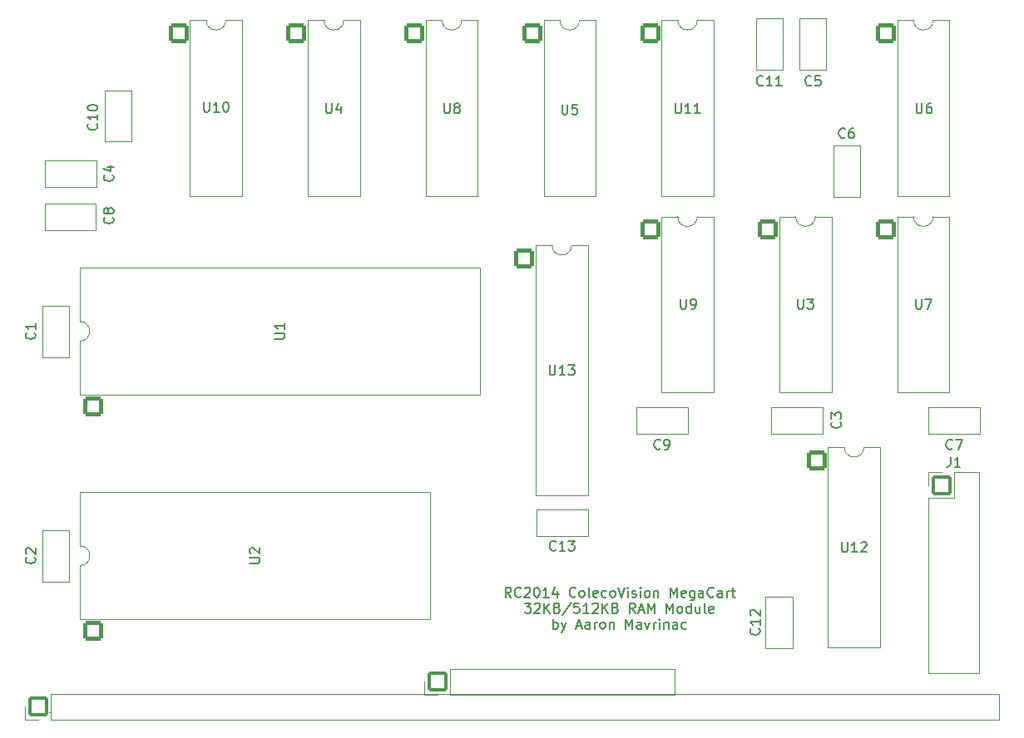
<source format=gto>
G04 #@! TF.GenerationSoftware,KiCad,Pcbnew,6.0.2+dfsg-1*
G04 #@! TF.CreationDate,2024-02-05T13:00:45-05:00*
G04 #@! TF.ProjectId,megacart-ram,6d656761-6361-4727-942d-72616d2e6b69,rev?*
G04 #@! TF.SameCoordinates,Original*
G04 #@! TF.FileFunction,Legend,Top*
G04 #@! TF.FilePolarity,Positive*
%FSLAX46Y46*%
G04 Gerber Fmt 4.6, Leading zero omitted, Abs format (unit mm)*
G04 Created by KiCad (PCBNEW 6.0.2+dfsg-1) date 2024-02-05 13:00:45*
%MOMM*%
%LPD*%
G01*
G04 APERTURE LIST*
G04 Aperture macros list*
%AMRoundRect*
0 Rectangle with rounded corners*
0 $1 Rounding radius*
0 $2 $3 $4 $5 $6 $7 $8 $9 X,Y pos of 4 corners*
0 Add a 4 corners polygon primitive as box body*
4,1,4,$2,$3,$4,$5,$6,$7,$8,$9,$2,$3,0*
0 Add four circle primitives for the rounded corners*
1,1,$1+$1,$2,$3*
1,1,$1+$1,$4,$5*
1,1,$1+$1,$6,$7*
1,1,$1+$1,$8,$9*
0 Add four rect primitives between the rounded corners*
20,1,$1+$1,$2,$3,$4,$5,0*
20,1,$1+$1,$4,$5,$6,$7,0*
20,1,$1+$1,$6,$7,$8,$9,0*
20,1,$1+$1,$8,$9,$2,$3,0*%
G04 Aperture macros list end*
%ADD10C,0.200000*%
%ADD11C,0.150000*%
%ADD12C,0.120000*%
%ADD13RoundRect,0.200000X0.850000X-0.850000X0.850000X0.850000X-0.850000X0.850000X-0.850000X-0.850000X0*%
%ADD14O,2.100000X2.100000*%
%ADD15RoundRect,0.200000X-0.800000X-0.800000X0.800000X-0.800000X0.800000X0.800000X-0.800000X0.800000X0*%
%ADD16O,2.000000X2.000000*%
%ADD17C,2.000000*%
%ADD18RoundRect,0.200000X-0.850000X-0.850000X0.850000X-0.850000X0.850000X0.850000X-0.850000X0.850000X0*%
%ADD19RoundRect,0.200000X0.800000X-0.800000X0.800000X0.800000X-0.800000X0.800000X-0.800000X-0.800000X0*%
G04 APERTURE END LIST*
D10*
X156885800Y-152181520D02*
X156921360Y-152181520D01*
D11*
X203836380Y-140447380D02*
X203503047Y-139971190D01*
X203264952Y-140447380D02*
X203264952Y-139447380D01*
X203645904Y-139447380D01*
X203741142Y-139495000D01*
X203788761Y-139542619D01*
X203836380Y-139637857D01*
X203836380Y-139780714D01*
X203788761Y-139875952D01*
X203741142Y-139923571D01*
X203645904Y-139971190D01*
X203264952Y-139971190D01*
X204836380Y-140352142D02*
X204788761Y-140399761D01*
X204645904Y-140447380D01*
X204550666Y-140447380D01*
X204407809Y-140399761D01*
X204312571Y-140304523D01*
X204264952Y-140209285D01*
X204217333Y-140018809D01*
X204217333Y-139875952D01*
X204264952Y-139685476D01*
X204312571Y-139590238D01*
X204407809Y-139495000D01*
X204550666Y-139447380D01*
X204645904Y-139447380D01*
X204788761Y-139495000D01*
X204836380Y-139542619D01*
X205217333Y-139542619D02*
X205264952Y-139495000D01*
X205360190Y-139447380D01*
X205598285Y-139447380D01*
X205693523Y-139495000D01*
X205741142Y-139542619D01*
X205788761Y-139637857D01*
X205788761Y-139733095D01*
X205741142Y-139875952D01*
X205169714Y-140447380D01*
X205788761Y-140447380D01*
X206407809Y-139447380D02*
X206503047Y-139447380D01*
X206598285Y-139495000D01*
X206645904Y-139542619D01*
X206693523Y-139637857D01*
X206741142Y-139828333D01*
X206741142Y-140066428D01*
X206693523Y-140256904D01*
X206645904Y-140352142D01*
X206598285Y-140399761D01*
X206503047Y-140447380D01*
X206407809Y-140447380D01*
X206312571Y-140399761D01*
X206264952Y-140352142D01*
X206217333Y-140256904D01*
X206169714Y-140066428D01*
X206169714Y-139828333D01*
X206217333Y-139637857D01*
X206264952Y-139542619D01*
X206312571Y-139495000D01*
X206407809Y-139447380D01*
X207693523Y-140447380D02*
X207122095Y-140447380D01*
X207407809Y-140447380D02*
X207407809Y-139447380D01*
X207312571Y-139590238D01*
X207217333Y-139685476D01*
X207122095Y-139733095D01*
X208550666Y-139780714D02*
X208550666Y-140447380D01*
X208312571Y-139399761D02*
X208074476Y-140114047D01*
X208693523Y-140114047D01*
X210407809Y-140352142D02*
X210360190Y-140399761D01*
X210217333Y-140447380D01*
X210122095Y-140447380D01*
X209979238Y-140399761D01*
X209884000Y-140304523D01*
X209836380Y-140209285D01*
X209788761Y-140018809D01*
X209788761Y-139875952D01*
X209836380Y-139685476D01*
X209884000Y-139590238D01*
X209979238Y-139495000D01*
X210122095Y-139447380D01*
X210217333Y-139447380D01*
X210360190Y-139495000D01*
X210407809Y-139542619D01*
X210979238Y-140447380D02*
X210884000Y-140399761D01*
X210836380Y-140352142D01*
X210788761Y-140256904D01*
X210788761Y-139971190D01*
X210836380Y-139875952D01*
X210884000Y-139828333D01*
X210979238Y-139780714D01*
X211122095Y-139780714D01*
X211217333Y-139828333D01*
X211264952Y-139875952D01*
X211312571Y-139971190D01*
X211312571Y-140256904D01*
X211264952Y-140352142D01*
X211217333Y-140399761D01*
X211122095Y-140447380D01*
X210979238Y-140447380D01*
X211884000Y-140447380D02*
X211788761Y-140399761D01*
X211741142Y-140304523D01*
X211741142Y-139447380D01*
X212645904Y-140399761D02*
X212550666Y-140447380D01*
X212360190Y-140447380D01*
X212264952Y-140399761D01*
X212217333Y-140304523D01*
X212217333Y-139923571D01*
X212264952Y-139828333D01*
X212360190Y-139780714D01*
X212550666Y-139780714D01*
X212645904Y-139828333D01*
X212693523Y-139923571D01*
X212693523Y-140018809D01*
X212217333Y-140114047D01*
X213550666Y-140399761D02*
X213455428Y-140447380D01*
X213264952Y-140447380D01*
X213169714Y-140399761D01*
X213122095Y-140352142D01*
X213074476Y-140256904D01*
X213074476Y-139971190D01*
X213122095Y-139875952D01*
X213169714Y-139828333D01*
X213264952Y-139780714D01*
X213455428Y-139780714D01*
X213550666Y-139828333D01*
X214122095Y-140447380D02*
X214026857Y-140399761D01*
X213979238Y-140352142D01*
X213931619Y-140256904D01*
X213931619Y-139971190D01*
X213979238Y-139875952D01*
X214026857Y-139828333D01*
X214122095Y-139780714D01*
X214264952Y-139780714D01*
X214360190Y-139828333D01*
X214407809Y-139875952D01*
X214455428Y-139971190D01*
X214455428Y-140256904D01*
X214407809Y-140352142D01*
X214360190Y-140399761D01*
X214264952Y-140447380D01*
X214122095Y-140447380D01*
X214741142Y-139447380D02*
X215074476Y-140447380D01*
X215407809Y-139447380D01*
X215741142Y-140447380D02*
X215741142Y-139780714D01*
X215741142Y-139447380D02*
X215693523Y-139495000D01*
X215741142Y-139542619D01*
X215788761Y-139495000D01*
X215741142Y-139447380D01*
X215741142Y-139542619D01*
X216169714Y-140399761D02*
X216264952Y-140447380D01*
X216455428Y-140447380D01*
X216550666Y-140399761D01*
X216598285Y-140304523D01*
X216598285Y-140256904D01*
X216550666Y-140161666D01*
X216455428Y-140114047D01*
X216312571Y-140114047D01*
X216217333Y-140066428D01*
X216169714Y-139971190D01*
X216169714Y-139923571D01*
X216217333Y-139828333D01*
X216312571Y-139780714D01*
X216455428Y-139780714D01*
X216550666Y-139828333D01*
X217026857Y-140447380D02*
X217026857Y-139780714D01*
X217026857Y-139447380D02*
X216979238Y-139495000D01*
X217026857Y-139542619D01*
X217074476Y-139495000D01*
X217026857Y-139447380D01*
X217026857Y-139542619D01*
X217645904Y-140447380D02*
X217550666Y-140399761D01*
X217503047Y-140352142D01*
X217455428Y-140256904D01*
X217455428Y-139971190D01*
X217503047Y-139875952D01*
X217550666Y-139828333D01*
X217645904Y-139780714D01*
X217788761Y-139780714D01*
X217884000Y-139828333D01*
X217931619Y-139875952D01*
X217979238Y-139971190D01*
X217979238Y-140256904D01*
X217931619Y-140352142D01*
X217884000Y-140399761D01*
X217788761Y-140447380D01*
X217645904Y-140447380D01*
X218407809Y-139780714D02*
X218407809Y-140447380D01*
X218407809Y-139875952D02*
X218455428Y-139828333D01*
X218550666Y-139780714D01*
X218693523Y-139780714D01*
X218788761Y-139828333D01*
X218836380Y-139923571D01*
X218836380Y-140447380D01*
X220074476Y-140447380D02*
X220074476Y-139447380D01*
X220407809Y-140161666D01*
X220741142Y-139447380D01*
X220741142Y-140447380D01*
X221598285Y-140399761D02*
X221503047Y-140447380D01*
X221312571Y-140447380D01*
X221217333Y-140399761D01*
X221169714Y-140304523D01*
X221169714Y-139923571D01*
X221217333Y-139828333D01*
X221312571Y-139780714D01*
X221503047Y-139780714D01*
X221598285Y-139828333D01*
X221645904Y-139923571D01*
X221645904Y-140018809D01*
X221169714Y-140114047D01*
X222503047Y-139780714D02*
X222503047Y-140590238D01*
X222455428Y-140685476D01*
X222407809Y-140733095D01*
X222312571Y-140780714D01*
X222169714Y-140780714D01*
X222074476Y-140733095D01*
X222503047Y-140399761D02*
X222407809Y-140447380D01*
X222217333Y-140447380D01*
X222122095Y-140399761D01*
X222074476Y-140352142D01*
X222026857Y-140256904D01*
X222026857Y-139971190D01*
X222074476Y-139875952D01*
X222122095Y-139828333D01*
X222217333Y-139780714D01*
X222407809Y-139780714D01*
X222503047Y-139828333D01*
X223407809Y-140447380D02*
X223407809Y-139923571D01*
X223360190Y-139828333D01*
X223264952Y-139780714D01*
X223074476Y-139780714D01*
X222979238Y-139828333D01*
X223407809Y-140399761D02*
X223312571Y-140447380D01*
X223074476Y-140447380D01*
X222979238Y-140399761D01*
X222931619Y-140304523D01*
X222931619Y-140209285D01*
X222979238Y-140114047D01*
X223074476Y-140066428D01*
X223312571Y-140066428D01*
X223407809Y-140018809D01*
X224455428Y-140352142D02*
X224407809Y-140399761D01*
X224264952Y-140447380D01*
X224169714Y-140447380D01*
X224026857Y-140399761D01*
X223931619Y-140304523D01*
X223884000Y-140209285D01*
X223836380Y-140018809D01*
X223836380Y-139875952D01*
X223884000Y-139685476D01*
X223931619Y-139590238D01*
X224026857Y-139495000D01*
X224169714Y-139447380D01*
X224264952Y-139447380D01*
X224407809Y-139495000D01*
X224455428Y-139542619D01*
X225312571Y-140447380D02*
X225312571Y-139923571D01*
X225264952Y-139828333D01*
X225169714Y-139780714D01*
X224979238Y-139780714D01*
X224884000Y-139828333D01*
X225312571Y-140399761D02*
X225217333Y-140447380D01*
X224979238Y-140447380D01*
X224884000Y-140399761D01*
X224836380Y-140304523D01*
X224836380Y-140209285D01*
X224884000Y-140114047D01*
X224979238Y-140066428D01*
X225217333Y-140066428D01*
X225312571Y-140018809D01*
X225788761Y-140447380D02*
X225788761Y-139780714D01*
X225788761Y-139971190D02*
X225836380Y-139875952D01*
X225883999Y-139828333D01*
X225979238Y-139780714D01*
X226074476Y-139780714D01*
X226264952Y-139780714D02*
X226645904Y-139780714D01*
X226407809Y-139447380D02*
X226407809Y-140304523D01*
X226455428Y-140399761D01*
X226550666Y-140447380D01*
X226645904Y-140447380D01*
X205241142Y-141057380D02*
X205860190Y-141057380D01*
X205526857Y-141438333D01*
X205669714Y-141438333D01*
X205764952Y-141485952D01*
X205812571Y-141533571D01*
X205860190Y-141628809D01*
X205860190Y-141866904D01*
X205812571Y-141962142D01*
X205764952Y-142009761D01*
X205669714Y-142057380D01*
X205384000Y-142057380D01*
X205288761Y-142009761D01*
X205241142Y-141962142D01*
X206241142Y-141152619D02*
X206288761Y-141105000D01*
X206384000Y-141057380D01*
X206622095Y-141057380D01*
X206717333Y-141105000D01*
X206764952Y-141152619D01*
X206812571Y-141247857D01*
X206812571Y-141343095D01*
X206764952Y-141485952D01*
X206193523Y-142057380D01*
X206812571Y-142057380D01*
X207241142Y-142057380D02*
X207241142Y-141057380D01*
X207812571Y-142057380D02*
X207384000Y-141485952D01*
X207812571Y-141057380D02*
X207241142Y-141628809D01*
X208574476Y-141533571D02*
X208717333Y-141581190D01*
X208764952Y-141628809D01*
X208812571Y-141724047D01*
X208812571Y-141866904D01*
X208764952Y-141962142D01*
X208717333Y-142009761D01*
X208622095Y-142057380D01*
X208241142Y-142057380D01*
X208241142Y-141057380D01*
X208574476Y-141057380D01*
X208669714Y-141105000D01*
X208717333Y-141152619D01*
X208764952Y-141247857D01*
X208764952Y-141343095D01*
X208717333Y-141438333D01*
X208669714Y-141485952D01*
X208574476Y-141533571D01*
X208241142Y-141533571D01*
X209955428Y-141009761D02*
X209098285Y-142295476D01*
X210764952Y-141057380D02*
X210288761Y-141057380D01*
X210241142Y-141533571D01*
X210288761Y-141485952D01*
X210384000Y-141438333D01*
X210622095Y-141438333D01*
X210717333Y-141485952D01*
X210764952Y-141533571D01*
X210812571Y-141628809D01*
X210812571Y-141866904D01*
X210764952Y-141962142D01*
X210717333Y-142009761D01*
X210622095Y-142057380D01*
X210384000Y-142057380D01*
X210288761Y-142009761D01*
X210241142Y-141962142D01*
X211764952Y-142057380D02*
X211193523Y-142057380D01*
X211479238Y-142057380D02*
X211479238Y-141057380D01*
X211384000Y-141200238D01*
X211288761Y-141295476D01*
X211193523Y-141343095D01*
X212145904Y-141152619D02*
X212193523Y-141105000D01*
X212288761Y-141057380D01*
X212526857Y-141057380D01*
X212622095Y-141105000D01*
X212669714Y-141152619D01*
X212717333Y-141247857D01*
X212717333Y-141343095D01*
X212669714Y-141485952D01*
X212098285Y-142057380D01*
X212717333Y-142057380D01*
X213145904Y-142057380D02*
X213145904Y-141057380D01*
X213717333Y-142057380D02*
X213288761Y-141485952D01*
X213717333Y-141057380D02*
X213145904Y-141628809D01*
X214479238Y-141533571D02*
X214622095Y-141581190D01*
X214669714Y-141628809D01*
X214717333Y-141724047D01*
X214717333Y-141866904D01*
X214669714Y-141962142D01*
X214622095Y-142009761D01*
X214526857Y-142057380D01*
X214145904Y-142057380D01*
X214145904Y-141057380D01*
X214479238Y-141057380D01*
X214574476Y-141105000D01*
X214622095Y-141152619D01*
X214669714Y-141247857D01*
X214669714Y-141343095D01*
X214622095Y-141438333D01*
X214574476Y-141485952D01*
X214479238Y-141533571D01*
X214145904Y-141533571D01*
X216479238Y-142057380D02*
X216145904Y-141581190D01*
X215907809Y-142057380D02*
X215907809Y-141057380D01*
X216288761Y-141057380D01*
X216384000Y-141105000D01*
X216431619Y-141152619D01*
X216479238Y-141247857D01*
X216479238Y-141390714D01*
X216431619Y-141485952D01*
X216384000Y-141533571D01*
X216288761Y-141581190D01*
X215907809Y-141581190D01*
X216860190Y-141771666D02*
X217336380Y-141771666D01*
X216764952Y-142057380D02*
X217098285Y-141057380D01*
X217431619Y-142057380D01*
X217764952Y-142057380D02*
X217764952Y-141057380D01*
X218098285Y-141771666D01*
X218431619Y-141057380D01*
X218431619Y-142057380D01*
X219669714Y-142057380D02*
X219669714Y-141057380D01*
X220003047Y-141771666D01*
X220336380Y-141057380D01*
X220336380Y-142057380D01*
X220955428Y-142057380D02*
X220860190Y-142009761D01*
X220812571Y-141962142D01*
X220764952Y-141866904D01*
X220764952Y-141581190D01*
X220812571Y-141485952D01*
X220860190Y-141438333D01*
X220955428Y-141390714D01*
X221098285Y-141390714D01*
X221193523Y-141438333D01*
X221241142Y-141485952D01*
X221288761Y-141581190D01*
X221288761Y-141866904D01*
X221241142Y-141962142D01*
X221193523Y-142009761D01*
X221098285Y-142057380D01*
X220955428Y-142057380D01*
X222145904Y-142057380D02*
X222145904Y-141057380D01*
X222145904Y-142009761D02*
X222050666Y-142057380D01*
X221860190Y-142057380D01*
X221764952Y-142009761D01*
X221717333Y-141962142D01*
X221669714Y-141866904D01*
X221669714Y-141581190D01*
X221717333Y-141485952D01*
X221764952Y-141438333D01*
X221860190Y-141390714D01*
X222050666Y-141390714D01*
X222145904Y-141438333D01*
X223050666Y-141390714D02*
X223050666Y-142057380D01*
X222622095Y-141390714D02*
X222622095Y-141914523D01*
X222669714Y-142009761D01*
X222764952Y-142057380D01*
X222907809Y-142057380D01*
X223003047Y-142009761D01*
X223050666Y-141962142D01*
X223669714Y-142057380D02*
X223574476Y-142009761D01*
X223526857Y-141914523D01*
X223526857Y-141057380D01*
X224431619Y-142009761D02*
X224336380Y-142057380D01*
X224145904Y-142057380D01*
X224050666Y-142009761D01*
X224003047Y-141914523D01*
X224003047Y-141533571D01*
X224050666Y-141438333D01*
X224145904Y-141390714D01*
X224336380Y-141390714D01*
X224431619Y-141438333D01*
X224479238Y-141533571D01*
X224479238Y-141628809D01*
X224003047Y-141724047D01*
X208145904Y-143667380D02*
X208145904Y-142667380D01*
X208145904Y-143048333D02*
X208241142Y-143000714D01*
X208431619Y-143000714D01*
X208526857Y-143048333D01*
X208574476Y-143095952D01*
X208622095Y-143191190D01*
X208622095Y-143476904D01*
X208574476Y-143572142D01*
X208526857Y-143619761D01*
X208431619Y-143667380D01*
X208241142Y-143667380D01*
X208145904Y-143619761D01*
X208955428Y-143000714D02*
X209193523Y-143667380D01*
X209431619Y-143000714D02*
X209193523Y-143667380D01*
X209098285Y-143905476D01*
X209050666Y-143953095D01*
X208955428Y-144000714D01*
X210526857Y-143381666D02*
X211003047Y-143381666D01*
X210431619Y-143667380D02*
X210764952Y-142667380D01*
X211098285Y-143667380D01*
X211860190Y-143667380D02*
X211860190Y-143143571D01*
X211812571Y-143048333D01*
X211717333Y-143000714D01*
X211526857Y-143000714D01*
X211431619Y-143048333D01*
X211860190Y-143619761D02*
X211764952Y-143667380D01*
X211526857Y-143667380D01*
X211431619Y-143619761D01*
X211384000Y-143524523D01*
X211384000Y-143429285D01*
X211431619Y-143334047D01*
X211526857Y-143286428D01*
X211764952Y-143286428D01*
X211860190Y-143238809D01*
X212336380Y-143667380D02*
X212336380Y-143000714D01*
X212336380Y-143191190D02*
X212384000Y-143095952D01*
X212431619Y-143048333D01*
X212526857Y-143000714D01*
X212622095Y-143000714D01*
X213098285Y-143667380D02*
X213003047Y-143619761D01*
X212955428Y-143572142D01*
X212907809Y-143476904D01*
X212907809Y-143191190D01*
X212955428Y-143095952D01*
X213003047Y-143048333D01*
X213098285Y-143000714D01*
X213241142Y-143000714D01*
X213336380Y-143048333D01*
X213384000Y-143095952D01*
X213431619Y-143191190D01*
X213431619Y-143476904D01*
X213384000Y-143572142D01*
X213336380Y-143619761D01*
X213241142Y-143667380D01*
X213098285Y-143667380D01*
X213860190Y-143000714D02*
X213860190Y-143667380D01*
X213860190Y-143095952D02*
X213907809Y-143048333D01*
X214003047Y-143000714D01*
X214145904Y-143000714D01*
X214241142Y-143048333D01*
X214288761Y-143143571D01*
X214288761Y-143667380D01*
X215526857Y-143667380D02*
X215526857Y-142667380D01*
X215860190Y-143381666D01*
X216193523Y-142667380D01*
X216193523Y-143667380D01*
X217098285Y-143667380D02*
X217098285Y-143143571D01*
X217050666Y-143048333D01*
X216955428Y-143000714D01*
X216764952Y-143000714D01*
X216669714Y-143048333D01*
X217098285Y-143619761D02*
X217003047Y-143667380D01*
X216764952Y-143667380D01*
X216669714Y-143619761D01*
X216622095Y-143524523D01*
X216622095Y-143429285D01*
X216669714Y-143334047D01*
X216764952Y-143286428D01*
X217003047Y-143286428D01*
X217098285Y-143238809D01*
X217479238Y-143000714D02*
X217717333Y-143667380D01*
X217955428Y-143000714D01*
X218336380Y-143667380D02*
X218336380Y-143000714D01*
X218336380Y-143191190D02*
X218384000Y-143095952D01*
X218431619Y-143048333D01*
X218526857Y-143000714D01*
X218622095Y-143000714D01*
X218955428Y-143667380D02*
X218955428Y-143000714D01*
X218955428Y-142667380D02*
X218907809Y-142715000D01*
X218955428Y-142762619D01*
X219003047Y-142715000D01*
X218955428Y-142667380D01*
X218955428Y-142762619D01*
X219431619Y-143000714D02*
X219431619Y-143667380D01*
X219431619Y-143095952D02*
X219479238Y-143048333D01*
X219574476Y-143000714D01*
X219717333Y-143000714D01*
X219812571Y-143048333D01*
X219860190Y-143143571D01*
X219860190Y-143667380D01*
X220764952Y-143667380D02*
X220764952Y-143143571D01*
X220717333Y-143048333D01*
X220622095Y-143000714D01*
X220431619Y-143000714D01*
X220336380Y-143048333D01*
X220764952Y-143619761D02*
X220669714Y-143667380D01*
X220431619Y-143667380D01*
X220336380Y-143619761D01*
X220288761Y-143524523D01*
X220288761Y-143429285D01*
X220336380Y-143334047D01*
X220431619Y-143286428D01*
X220669714Y-143286428D01*
X220764952Y-143238809D01*
X221669714Y-143619761D02*
X221574476Y-143667380D01*
X221384000Y-143667380D01*
X221288761Y-143619761D01*
X221241142Y-143572142D01*
X221193523Y-143476904D01*
X221193523Y-143191190D01*
X221241142Y-143095952D01*
X221288761Y-143048333D01*
X221384000Y-143000714D01*
X221574476Y-143000714D01*
X221669714Y-143048333D01*
X245048095Y-110069380D02*
X245048095Y-110878904D01*
X245095714Y-110974142D01*
X245143333Y-111021761D01*
X245238571Y-111069380D01*
X245429047Y-111069380D01*
X245524285Y-111021761D01*
X245571904Y-110974142D01*
X245619523Y-110878904D01*
X245619523Y-110069380D01*
X246000476Y-110069380D02*
X246667142Y-110069380D01*
X246238571Y-111069380D01*
X237339142Y-122594666D02*
X237386761Y-122642285D01*
X237434380Y-122785142D01*
X237434380Y-122880380D01*
X237386761Y-123023238D01*
X237291523Y-123118476D01*
X237196285Y-123166095D01*
X237005809Y-123213714D01*
X236862952Y-123213714D01*
X236672476Y-123166095D01*
X236577238Y-123118476D01*
X236482000Y-123023238D01*
X236434380Y-122880380D01*
X236434380Y-122785142D01*
X236482000Y-122642285D01*
X236529619Y-122594666D01*
X236434380Y-122261333D02*
X236434380Y-121642285D01*
X236815333Y-121975619D01*
X236815333Y-121832761D01*
X236862952Y-121737523D01*
X236910571Y-121689904D01*
X237005809Y-121642285D01*
X237243904Y-121642285D01*
X237339142Y-121689904D01*
X237386761Y-121737523D01*
X237434380Y-121832761D01*
X237434380Y-122118476D01*
X237386761Y-122213714D01*
X237339142Y-122261333D01*
X155337142Y-136396666D02*
X155384761Y-136444285D01*
X155432380Y-136587142D01*
X155432380Y-136682380D01*
X155384761Y-136825238D01*
X155289523Y-136920476D01*
X155194285Y-136968095D01*
X155003809Y-137015714D01*
X154860952Y-137015714D01*
X154670476Y-136968095D01*
X154575238Y-136920476D01*
X154480000Y-136825238D01*
X154432380Y-136682380D01*
X154432380Y-136587142D01*
X154480000Y-136444285D01*
X154527619Y-136396666D01*
X154527619Y-136015714D02*
X154480000Y-135968095D01*
X154432380Y-135872857D01*
X154432380Y-135634761D01*
X154480000Y-135539523D01*
X154527619Y-135491904D01*
X154622857Y-135444285D01*
X154718095Y-135444285D01*
X154860952Y-135491904D01*
X155432380Y-136063333D01*
X155432380Y-135444285D01*
X233045095Y-110069380D02*
X233045095Y-110878904D01*
X233092714Y-110974142D01*
X233140333Y-111021761D01*
X233235571Y-111069380D01*
X233426047Y-111069380D01*
X233521285Y-111021761D01*
X233568904Y-110974142D01*
X233616523Y-110878904D01*
X233616523Y-110069380D01*
X233997476Y-110069380D02*
X234616523Y-110069380D01*
X234283190Y-110450333D01*
X234426047Y-110450333D01*
X234521285Y-110497952D01*
X234568904Y-110545571D01*
X234616523Y-110640809D01*
X234616523Y-110878904D01*
X234568904Y-110974142D01*
X234521285Y-111021761D01*
X234426047Y-111069380D01*
X234140333Y-111069380D01*
X234045095Y-111021761D01*
X233997476Y-110974142D01*
X248753333Y-125285142D02*
X248705714Y-125332761D01*
X248562857Y-125380380D01*
X248467619Y-125380380D01*
X248324761Y-125332761D01*
X248229523Y-125237523D01*
X248181904Y-125142285D01*
X248134285Y-124951809D01*
X248134285Y-124808952D01*
X248181904Y-124618476D01*
X248229523Y-124523238D01*
X248324761Y-124428000D01*
X248467619Y-124380380D01*
X248562857Y-124380380D01*
X248705714Y-124428000D01*
X248753333Y-124475619D01*
X249086666Y-124380380D02*
X249753333Y-124380380D01*
X249324761Y-125380380D01*
X172571904Y-90003380D02*
X172571904Y-90812904D01*
X172619523Y-90908142D01*
X172667142Y-90955761D01*
X172762380Y-91003380D01*
X172952857Y-91003380D01*
X173048095Y-90955761D01*
X173095714Y-90908142D01*
X173143333Y-90812904D01*
X173143333Y-90003380D01*
X174143333Y-91003380D02*
X173571904Y-91003380D01*
X173857619Y-91003380D02*
X173857619Y-90003380D01*
X173762380Y-90146238D01*
X173667142Y-90241476D01*
X173571904Y-90289095D01*
X174762380Y-90003380D02*
X174857619Y-90003380D01*
X174952857Y-90051000D01*
X175000476Y-90098619D01*
X175048095Y-90193857D01*
X175095714Y-90384333D01*
X175095714Y-90622428D01*
X175048095Y-90812904D01*
X175000476Y-90908142D01*
X174952857Y-90955761D01*
X174857619Y-91003380D01*
X174762380Y-91003380D01*
X174667142Y-90955761D01*
X174619523Y-90908142D01*
X174571904Y-90812904D01*
X174524285Y-90622428D01*
X174524285Y-90384333D01*
X174571904Y-90193857D01*
X174619523Y-90098619D01*
X174667142Y-90051000D01*
X174762380Y-90003380D01*
X155337142Y-113536666D02*
X155384761Y-113584285D01*
X155432380Y-113727142D01*
X155432380Y-113822380D01*
X155384761Y-113965238D01*
X155289523Y-114060476D01*
X155194285Y-114108095D01*
X155003809Y-114155714D01*
X154860952Y-114155714D01*
X154670476Y-114108095D01*
X154575238Y-114060476D01*
X154480000Y-113965238D01*
X154432380Y-113822380D01*
X154432380Y-113727142D01*
X154480000Y-113584285D01*
X154527619Y-113536666D01*
X155432380Y-112584285D02*
X155432380Y-113155714D01*
X155432380Y-112870000D02*
X154432380Y-112870000D01*
X154575238Y-112965238D01*
X154670476Y-113060476D01*
X154718095Y-113155714D01*
X248571666Y-126169380D02*
X248571666Y-126883666D01*
X248524047Y-127026523D01*
X248428809Y-127121761D01*
X248285952Y-127169380D01*
X248190714Y-127169380D01*
X249571666Y-127169380D02*
X249000238Y-127169380D01*
X249285952Y-127169380D02*
X249285952Y-126169380D01*
X249190714Y-126312238D01*
X249095476Y-126407476D01*
X249000238Y-126455095D01*
X219035333Y-125285142D02*
X218987714Y-125332761D01*
X218844857Y-125380380D01*
X218749619Y-125380380D01*
X218606761Y-125332761D01*
X218511523Y-125237523D01*
X218463904Y-125142285D01*
X218416285Y-124951809D01*
X218416285Y-124808952D01*
X218463904Y-124618476D01*
X218511523Y-124523238D01*
X218606761Y-124428000D01*
X218749619Y-124380380D01*
X218844857Y-124380380D01*
X218987714Y-124428000D01*
X219035333Y-124475619D01*
X219511523Y-125380380D02*
X219702000Y-125380380D01*
X219797238Y-125332761D01*
X219844857Y-125285142D01*
X219940095Y-125142285D01*
X219987714Y-124951809D01*
X219987714Y-124570857D01*
X219940095Y-124475619D01*
X219892476Y-124428000D01*
X219797238Y-124380380D01*
X219606761Y-124380380D01*
X219511523Y-124428000D01*
X219463904Y-124475619D01*
X219416285Y-124570857D01*
X219416285Y-124808952D01*
X219463904Y-124904190D01*
X219511523Y-124951809D01*
X219606761Y-124999428D01*
X219797238Y-124999428D01*
X219892476Y-124951809D01*
X219940095Y-124904190D01*
X219987714Y-124808952D01*
X179792380Y-114116904D02*
X180601904Y-114116904D01*
X180697142Y-114069285D01*
X180744761Y-114021666D01*
X180792380Y-113926428D01*
X180792380Y-113735952D01*
X180744761Y-113640714D01*
X180697142Y-113593095D01*
X180601904Y-113545476D01*
X179792380Y-113545476D01*
X180792380Y-112545476D02*
X180792380Y-113116904D01*
X180792380Y-112831190D02*
X179792380Y-112831190D01*
X179935238Y-112926428D01*
X180030476Y-113021666D01*
X180078095Y-113116904D01*
X245110095Y-90130380D02*
X245110095Y-90939904D01*
X245157714Y-91035142D01*
X245205333Y-91082761D01*
X245300571Y-91130380D01*
X245491047Y-91130380D01*
X245586285Y-91082761D01*
X245633904Y-91035142D01*
X245681523Y-90939904D01*
X245681523Y-90130380D01*
X246586285Y-90130380D02*
X246395809Y-90130380D01*
X246300571Y-90178000D01*
X246252952Y-90225619D01*
X246157714Y-90368476D01*
X246110095Y-90558952D01*
X246110095Y-90939904D01*
X246157714Y-91035142D01*
X246205333Y-91082761D01*
X246300571Y-91130380D01*
X246491047Y-91130380D01*
X246586285Y-91082761D01*
X246633904Y-91035142D01*
X246681523Y-90939904D01*
X246681523Y-90701809D01*
X246633904Y-90606571D01*
X246586285Y-90558952D01*
X246491047Y-90511333D01*
X246300571Y-90511333D01*
X246205333Y-90558952D01*
X246157714Y-90606571D01*
X246110095Y-90701809D01*
X237521904Y-134834380D02*
X237521904Y-135643904D01*
X237569523Y-135739142D01*
X237617142Y-135786761D01*
X237712380Y-135834380D01*
X237902857Y-135834380D01*
X237998095Y-135786761D01*
X238045714Y-135739142D01*
X238093333Y-135643904D01*
X238093333Y-134834380D01*
X239093333Y-135834380D02*
X238521904Y-135834380D01*
X238807619Y-135834380D02*
X238807619Y-134834380D01*
X238712380Y-134977238D01*
X238617142Y-135072476D01*
X238521904Y-135120095D01*
X239474285Y-134929619D02*
X239521904Y-134882000D01*
X239617142Y-134834380D01*
X239855238Y-134834380D01*
X239950476Y-134882000D01*
X239998095Y-134929619D01*
X240045714Y-135024857D01*
X240045714Y-135120095D01*
X239998095Y-135262952D01*
X239426666Y-135834380D01*
X240045714Y-135834380D01*
X185039095Y-90130380D02*
X185039095Y-90939904D01*
X185086714Y-91035142D01*
X185134333Y-91082761D01*
X185229571Y-91130380D01*
X185420047Y-91130380D01*
X185515285Y-91082761D01*
X185562904Y-91035142D01*
X185610523Y-90939904D01*
X185610523Y-90130380D01*
X186515285Y-90463714D02*
X186515285Y-91130380D01*
X186277190Y-90082761D02*
X186039095Y-90797047D01*
X186658142Y-90797047D01*
X221107095Y-110069380D02*
X221107095Y-110878904D01*
X221154714Y-110974142D01*
X221202333Y-111021761D01*
X221297571Y-111069380D01*
X221488047Y-111069380D01*
X221583285Y-111021761D01*
X221630904Y-110974142D01*
X221678523Y-110878904D01*
X221678523Y-110069380D01*
X222202333Y-111069380D02*
X222392809Y-111069380D01*
X222488047Y-111021761D01*
X222535666Y-110974142D01*
X222630904Y-110831285D01*
X222678523Y-110640809D01*
X222678523Y-110259857D01*
X222630904Y-110164619D01*
X222583285Y-110117000D01*
X222488047Y-110069380D01*
X222297571Y-110069380D01*
X222202333Y-110117000D01*
X222154714Y-110164619D01*
X222107095Y-110259857D01*
X222107095Y-110497952D01*
X222154714Y-110593190D01*
X222202333Y-110640809D01*
X222297571Y-110688428D01*
X222488047Y-110688428D01*
X222583285Y-110640809D01*
X222630904Y-110593190D01*
X222678523Y-110497952D01*
X229084142Y-143644857D02*
X229131761Y-143692476D01*
X229179380Y-143835333D01*
X229179380Y-143930571D01*
X229131761Y-144073428D01*
X229036523Y-144168666D01*
X228941285Y-144216285D01*
X228750809Y-144263904D01*
X228607952Y-144263904D01*
X228417476Y-144216285D01*
X228322238Y-144168666D01*
X228227000Y-144073428D01*
X228179380Y-143930571D01*
X228179380Y-143835333D01*
X228227000Y-143692476D01*
X228274619Y-143644857D01*
X229179380Y-142692476D02*
X229179380Y-143263904D01*
X229179380Y-142978190D02*
X228179380Y-142978190D01*
X228322238Y-143073428D01*
X228417476Y-143168666D01*
X228465095Y-143263904D01*
X228274619Y-142311523D02*
X228227000Y-142263904D01*
X228179380Y-142168666D01*
X228179380Y-141930571D01*
X228227000Y-141835333D01*
X228274619Y-141787714D01*
X228369857Y-141740095D01*
X228465095Y-141740095D01*
X228607952Y-141787714D01*
X229179380Y-142359142D01*
X229179380Y-141740095D01*
X229481142Y-88241142D02*
X229433523Y-88288761D01*
X229290666Y-88336380D01*
X229195428Y-88336380D01*
X229052571Y-88288761D01*
X228957333Y-88193523D01*
X228909714Y-88098285D01*
X228862095Y-87907809D01*
X228862095Y-87764952D01*
X228909714Y-87574476D01*
X228957333Y-87479238D01*
X229052571Y-87384000D01*
X229195428Y-87336380D01*
X229290666Y-87336380D01*
X229433523Y-87384000D01*
X229481142Y-87431619D01*
X230433523Y-88336380D02*
X229862095Y-88336380D01*
X230147809Y-88336380D02*
X230147809Y-87336380D01*
X230052571Y-87479238D01*
X229957333Y-87574476D01*
X229862095Y-87622095D01*
X231385904Y-88336380D02*
X230814476Y-88336380D01*
X231100190Y-88336380D02*
X231100190Y-87336380D01*
X231004952Y-87479238D01*
X230909714Y-87574476D01*
X230814476Y-87622095D01*
X237831333Y-93575142D02*
X237783714Y-93622761D01*
X237640857Y-93670380D01*
X237545619Y-93670380D01*
X237402761Y-93622761D01*
X237307523Y-93527523D01*
X237259904Y-93432285D01*
X237212285Y-93241809D01*
X237212285Y-93098952D01*
X237259904Y-92908476D01*
X237307523Y-92813238D01*
X237402761Y-92718000D01*
X237545619Y-92670380D01*
X237640857Y-92670380D01*
X237783714Y-92718000D01*
X237831333Y-92765619D01*
X238688476Y-92670380D02*
X238498000Y-92670380D01*
X238402761Y-92718000D01*
X238355142Y-92765619D01*
X238259904Y-92908476D01*
X238212285Y-93098952D01*
X238212285Y-93479904D01*
X238259904Y-93575142D01*
X238307523Y-93622761D01*
X238402761Y-93670380D01*
X238593238Y-93670380D01*
X238688476Y-93622761D01*
X238736095Y-93575142D01*
X238783714Y-93479904D01*
X238783714Y-93241809D01*
X238736095Y-93146571D01*
X238688476Y-93098952D01*
X238593238Y-93051333D01*
X238402761Y-93051333D01*
X238307523Y-93098952D01*
X238259904Y-93146571D01*
X238212285Y-93241809D01*
X207771904Y-116800380D02*
X207771904Y-117609904D01*
X207819523Y-117705142D01*
X207867142Y-117752761D01*
X207962380Y-117800380D01*
X208152857Y-117800380D01*
X208248095Y-117752761D01*
X208295714Y-117705142D01*
X208343333Y-117609904D01*
X208343333Y-116800380D01*
X209343333Y-117800380D02*
X208771904Y-117800380D01*
X209057619Y-117800380D02*
X209057619Y-116800380D01*
X208962380Y-116943238D01*
X208867142Y-117038476D01*
X208771904Y-117086095D01*
X209676666Y-116800380D02*
X210295714Y-116800380D01*
X209962380Y-117181333D01*
X210105238Y-117181333D01*
X210200476Y-117228952D01*
X210248095Y-117276571D01*
X210295714Y-117371809D01*
X210295714Y-117609904D01*
X210248095Y-117705142D01*
X210200476Y-117752761D01*
X210105238Y-117800380D01*
X209819523Y-117800380D01*
X209724285Y-117752761D01*
X209676666Y-117705142D01*
X220571904Y-90130380D02*
X220571904Y-90939904D01*
X220619523Y-91035142D01*
X220667142Y-91082761D01*
X220762380Y-91130380D01*
X220952857Y-91130380D01*
X221048095Y-91082761D01*
X221095714Y-91035142D01*
X221143333Y-90939904D01*
X221143333Y-90130380D01*
X222143333Y-91130380D02*
X221571904Y-91130380D01*
X221857619Y-91130380D02*
X221857619Y-90130380D01*
X221762380Y-90273238D01*
X221667142Y-90368476D01*
X221571904Y-90416095D01*
X223095714Y-91130380D02*
X222524285Y-91130380D01*
X222810000Y-91130380D02*
X222810000Y-90130380D01*
X222714761Y-90273238D01*
X222619523Y-90368476D01*
X222524285Y-90416095D01*
X234402333Y-88241142D02*
X234354714Y-88288761D01*
X234211857Y-88336380D01*
X234116619Y-88336380D01*
X233973761Y-88288761D01*
X233878523Y-88193523D01*
X233830904Y-88098285D01*
X233783285Y-87907809D01*
X233783285Y-87764952D01*
X233830904Y-87574476D01*
X233878523Y-87479238D01*
X233973761Y-87384000D01*
X234116619Y-87336380D01*
X234211857Y-87336380D01*
X234354714Y-87384000D01*
X234402333Y-87431619D01*
X235307095Y-87336380D02*
X234830904Y-87336380D01*
X234783285Y-87812571D01*
X234830904Y-87764952D01*
X234926142Y-87717333D01*
X235164238Y-87717333D01*
X235259476Y-87764952D01*
X235307095Y-87812571D01*
X235354714Y-87907809D01*
X235354714Y-88145904D01*
X235307095Y-88241142D01*
X235259476Y-88288761D01*
X235164238Y-88336380D01*
X234926142Y-88336380D01*
X234830904Y-88288761D01*
X234783285Y-88241142D01*
X197048095Y-90130380D02*
X197048095Y-90939904D01*
X197095714Y-91035142D01*
X197143333Y-91082761D01*
X197238571Y-91130380D01*
X197429047Y-91130380D01*
X197524285Y-91082761D01*
X197571904Y-91035142D01*
X197619523Y-90939904D01*
X197619523Y-90130380D01*
X198238571Y-90558952D02*
X198143333Y-90511333D01*
X198095714Y-90463714D01*
X198048095Y-90368476D01*
X198048095Y-90320857D01*
X198095714Y-90225619D01*
X198143333Y-90178000D01*
X198238571Y-90130380D01*
X198429047Y-90130380D01*
X198524285Y-90178000D01*
X198571904Y-90225619D01*
X198619523Y-90320857D01*
X198619523Y-90368476D01*
X198571904Y-90463714D01*
X198524285Y-90511333D01*
X198429047Y-90558952D01*
X198238571Y-90558952D01*
X198143333Y-90606571D01*
X198095714Y-90654190D01*
X198048095Y-90749428D01*
X198048095Y-90939904D01*
X198095714Y-91035142D01*
X198143333Y-91082761D01*
X198238571Y-91130380D01*
X198429047Y-91130380D01*
X198524285Y-91082761D01*
X198571904Y-91035142D01*
X198619523Y-90939904D01*
X198619523Y-90749428D01*
X198571904Y-90654190D01*
X198524285Y-90606571D01*
X198429047Y-90558952D01*
X163298142Y-101766666D02*
X163345761Y-101814285D01*
X163393380Y-101957142D01*
X163393380Y-102052380D01*
X163345761Y-102195238D01*
X163250523Y-102290476D01*
X163155285Y-102338095D01*
X162964809Y-102385714D01*
X162821952Y-102385714D01*
X162631476Y-102338095D01*
X162536238Y-102290476D01*
X162441000Y-102195238D01*
X162393380Y-102052380D01*
X162393380Y-101957142D01*
X162441000Y-101814285D01*
X162488619Y-101766666D01*
X162821952Y-101195238D02*
X162774333Y-101290476D01*
X162726714Y-101338095D01*
X162631476Y-101385714D01*
X162583857Y-101385714D01*
X162488619Y-101338095D01*
X162441000Y-101290476D01*
X162393380Y-101195238D01*
X162393380Y-101004761D01*
X162441000Y-100909523D01*
X162488619Y-100861904D01*
X162583857Y-100814285D01*
X162631476Y-100814285D01*
X162726714Y-100861904D01*
X162774333Y-100909523D01*
X162821952Y-101004761D01*
X162821952Y-101195238D01*
X162869571Y-101290476D01*
X162917190Y-101338095D01*
X163012428Y-101385714D01*
X163202904Y-101385714D01*
X163298142Y-101338095D01*
X163345761Y-101290476D01*
X163393380Y-101195238D01*
X163393380Y-101004761D01*
X163345761Y-100909523D01*
X163298142Y-100861904D01*
X163202904Y-100814285D01*
X163012428Y-100814285D01*
X162917190Y-100861904D01*
X162869571Y-100909523D01*
X162821952Y-101004761D01*
X161647142Y-92209857D02*
X161694761Y-92257476D01*
X161742380Y-92400333D01*
X161742380Y-92495571D01*
X161694761Y-92638428D01*
X161599523Y-92733666D01*
X161504285Y-92781285D01*
X161313809Y-92828904D01*
X161170952Y-92828904D01*
X160980476Y-92781285D01*
X160885238Y-92733666D01*
X160790000Y-92638428D01*
X160742380Y-92495571D01*
X160742380Y-92400333D01*
X160790000Y-92257476D01*
X160837619Y-92209857D01*
X161742380Y-91257476D02*
X161742380Y-91828904D01*
X161742380Y-91543190D02*
X160742380Y-91543190D01*
X160885238Y-91638428D01*
X160980476Y-91733666D01*
X161028095Y-91828904D01*
X160742380Y-90638428D02*
X160742380Y-90543190D01*
X160790000Y-90447952D01*
X160837619Y-90400333D01*
X160932857Y-90352714D01*
X161123333Y-90305095D01*
X161361428Y-90305095D01*
X161551904Y-90352714D01*
X161647142Y-90400333D01*
X161694761Y-90447952D01*
X161742380Y-90543190D01*
X161742380Y-90638428D01*
X161694761Y-90733666D01*
X161647142Y-90781285D01*
X161551904Y-90828904D01*
X161361428Y-90876523D01*
X161123333Y-90876523D01*
X160932857Y-90828904D01*
X160837619Y-90781285D01*
X160790000Y-90733666D01*
X160742380Y-90638428D01*
X209042095Y-90257380D02*
X209042095Y-91066904D01*
X209089714Y-91162142D01*
X209137333Y-91209761D01*
X209232571Y-91257380D01*
X209423047Y-91257380D01*
X209518285Y-91209761D01*
X209565904Y-91162142D01*
X209613523Y-91066904D01*
X209613523Y-90257380D01*
X210565904Y-90257380D02*
X210089714Y-90257380D01*
X210042095Y-90733571D01*
X210089714Y-90685952D01*
X210184952Y-90638333D01*
X210423047Y-90638333D01*
X210518285Y-90685952D01*
X210565904Y-90733571D01*
X210613523Y-90828809D01*
X210613523Y-91066904D01*
X210565904Y-91162142D01*
X210518285Y-91209761D01*
X210423047Y-91257380D01*
X210184952Y-91257380D01*
X210089714Y-91209761D01*
X210042095Y-91162142D01*
X208399142Y-135612142D02*
X208351523Y-135659761D01*
X208208666Y-135707380D01*
X208113428Y-135707380D01*
X207970571Y-135659761D01*
X207875333Y-135564523D01*
X207827714Y-135469285D01*
X207780095Y-135278809D01*
X207780095Y-135135952D01*
X207827714Y-134945476D01*
X207875333Y-134850238D01*
X207970571Y-134755000D01*
X208113428Y-134707380D01*
X208208666Y-134707380D01*
X208351523Y-134755000D01*
X208399142Y-134802619D01*
X209351523Y-135707380D02*
X208780095Y-135707380D01*
X209065809Y-135707380D02*
X209065809Y-134707380D01*
X208970571Y-134850238D01*
X208875333Y-134945476D01*
X208780095Y-134993095D01*
X209684857Y-134707380D02*
X210303904Y-134707380D01*
X209970571Y-135088333D01*
X210113428Y-135088333D01*
X210208666Y-135135952D01*
X210256285Y-135183571D01*
X210303904Y-135278809D01*
X210303904Y-135516904D01*
X210256285Y-135612142D01*
X210208666Y-135659761D01*
X210113428Y-135707380D01*
X209827714Y-135707380D01*
X209732476Y-135659761D01*
X209684857Y-135612142D01*
X177252380Y-136976904D02*
X178061904Y-136976904D01*
X178157142Y-136929285D01*
X178204761Y-136881666D01*
X178252380Y-136786428D01*
X178252380Y-136595952D01*
X178204761Y-136500714D01*
X178157142Y-136453095D01*
X178061904Y-136405476D01*
X177252380Y-136405476D01*
X177347619Y-135976904D02*
X177300000Y-135929285D01*
X177252380Y-135834047D01*
X177252380Y-135595952D01*
X177300000Y-135500714D01*
X177347619Y-135453095D01*
X177442857Y-135405476D01*
X177538095Y-135405476D01*
X177680952Y-135453095D01*
X178252380Y-136024523D01*
X178252380Y-135405476D01*
X163298142Y-97448666D02*
X163345761Y-97496285D01*
X163393380Y-97639142D01*
X163393380Y-97734380D01*
X163345761Y-97877238D01*
X163250523Y-97972476D01*
X163155285Y-98020095D01*
X162964809Y-98067714D01*
X162821952Y-98067714D01*
X162631476Y-98020095D01*
X162536238Y-97972476D01*
X162441000Y-97877238D01*
X162393380Y-97734380D01*
X162393380Y-97639142D01*
X162441000Y-97496285D01*
X162488619Y-97448666D01*
X162726714Y-96591523D02*
X163393380Y-96591523D01*
X162345761Y-96829619D02*
X163060047Y-97067714D01*
X163060047Y-96448666D01*
D12*
X156972000Y-152942600D02*
X253552000Y-152942600D01*
X154372000Y-152942600D02*
X154372000Y-151612600D01*
X156972000Y-152942600D02*
X156972000Y-150282600D01*
X155702000Y-152942600D02*
X154372000Y-152942600D01*
X156972000Y-150282600D02*
X253552000Y-150282600D01*
X253552000Y-152942600D02*
X253552000Y-150282600D01*
X197612000Y-150402600D02*
X220532000Y-150402600D01*
X196342000Y-150402600D02*
X195012000Y-150402600D01*
X197612000Y-147742600D02*
X220532000Y-147742600D01*
X197612000Y-150402600D02*
X197612000Y-147742600D01*
X195012000Y-150402600D02*
X195012000Y-149072600D01*
X220532000Y-150402600D02*
X220532000Y-147742600D01*
X244810000Y-101670000D02*
X243160000Y-101670000D01*
X248460000Y-101670000D02*
X246810000Y-101670000D01*
X248460000Y-119570000D02*
X248460000Y-101670000D01*
X243160000Y-101670000D02*
X243160000Y-119570000D01*
X243160000Y-119570000D02*
X248460000Y-119570000D01*
X244810000Y-101670000D02*
G75*
G03*
X246810000Y-101670000I1000000J0D01*
G01*
X235538000Y-121058000D02*
X235538000Y-123798000D01*
X230298000Y-121058000D02*
X230298000Y-123798000D01*
X230298000Y-121058000D02*
X235538000Y-121058000D01*
X230298000Y-123798000D02*
X235538000Y-123798000D01*
X156110000Y-133610000D02*
X158850000Y-133610000D01*
X156110000Y-138850000D02*
X158850000Y-138850000D01*
X158850000Y-138850000D02*
X158850000Y-133610000D01*
X156110000Y-138850000D02*
X156110000Y-133610000D01*
X231160000Y-101670000D02*
X231160000Y-119570000D01*
X232810000Y-101670000D02*
X231160000Y-101670000D01*
X236460000Y-101670000D02*
X234810000Y-101670000D01*
X236460000Y-119570000D02*
X236460000Y-101670000D01*
X231160000Y-119570000D02*
X236460000Y-119570000D01*
X232810000Y-101670000D02*
G75*
G03*
X234810000Y-101670000I1000000J0D01*
G01*
X251540000Y-121058000D02*
X246300000Y-121058000D01*
X251540000Y-123798000D02*
X246300000Y-123798000D01*
X251540000Y-123798000D02*
X251540000Y-121058000D01*
X246300000Y-123798000D02*
X246300000Y-121058000D01*
X171160000Y-99570000D02*
X176460000Y-99570000D01*
X176460000Y-81670000D02*
X174810000Y-81670000D01*
X172810000Y-81670000D02*
X171160000Y-81670000D01*
X176460000Y-99570000D02*
X176460000Y-81670000D01*
X171160000Y-81670000D02*
X171160000Y-99570000D01*
X172810000Y-81670000D02*
G75*
G03*
X174810000Y-81670000I1000000J0D01*
G01*
X158850000Y-115990000D02*
X158850000Y-110750000D01*
X156110000Y-115990000D02*
X158850000Y-115990000D01*
X156110000Y-115990000D02*
X156110000Y-110750000D01*
X156110000Y-110750000D02*
X158850000Y-110750000D01*
X246305000Y-148157000D02*
X251505000Y-148157000D01*
X251505000Y-127717000D02*
X251505000Y-148157000D01*
X246305000Y-129047000D02*
X246305000Y-127717000D01*
X246305000Y-127717000D02*
X247635000Y-127717000D01*
X246305000Y-130317000D02*
X246305000Y-148157000D01*
X248905000Y-127717000D02*
X251505000Y-127717000D01*
X248905000Y-130317000D02*
X248905000Y-127717000D01*
X246305000Y-130317000D02*
X248905000Y-130317000D01*
X221822000Y-123798000D02*
X221822000Y-121058000D01*
X216582000Y-123798000D02*
X216582000Y-121058000D01*
X221822000Y-123798000D02*
X216582000Y-123798000D01*
X221822000Y-121058000D02*
X216582000Y-121058000D01*
X159950000Y-119815000D02*
X200710000Y-119815000D01*
X200710000Y-106895000D02*
X159950000Y-106895000D01*
X159950000Y-114355000D02*
X159950000Y-119815000D01*
X200710000Y-119815000D02*
X200710000Y-106895000D01*
X159950000Y-106895000D02*
X159950000Y-112355000D01*
X159950000Y-114355000D02*
G75*
G03*
X159950000Y-112355000I0J1000000D01*
G01*
X243160000Y-81670000D02*
X243160000Y-99570000D01*
X244810000Y-81670000D02*
X243160000Y-81670000D01*
X248460000Y-81670000D02*
X246810000Y-81670000D01*
X248460000Y-99570000D02*
X248460000Y-81670000D01*
X243160000Y-99570000D02*
X248460000Y-99570000D01*
X244810000Y-81670000D02*
G75*
G03*
X246810000Y-81670000I1000000J0D01*
G01*
X236110000Y-125162000D02*
X236110000Y-145602000D01*
X241410000Y-125162000D02*
X239760000Y-125162000D01*
X241410000Y-145602000D02*
X241410000Y-125162000D01*
X236110000Y-145602000D02*
X241410000Y-145602000D01*
X237760000Y-125162000D02*
X236110000Y-125162000D01*
X237760000Y-125162000D02*
G75*
G03*
X239760000Y-125162000I1000000J0D01*
G01*
X183160000Y-81670000D02*
X183160000Y-99570000D01*
X184810000Y-81670000D02*
X183160000Y-81670000D01*
X188460000Y-81670000D02*
X186810000Y-81670000D01*
X188460000Y-99570000D02*
X188460000Y-81670000D01*
X183160000Y-99570000D02*
X188460000Y-99570000D01*
X184810000Y-81670000D02*
G75*
G03*
X186810000Y-81670000I1000000J0D01*
G01*
X219160000Y-101670000D02*
X219160000Y-119570000D01*
X220810000Y-101670000D02*
X219160000Y-101670000D01*
X219160000Y-119570000D02*
X224460000Y-119570000D01*
X224460000Y-119570000D02*
X224460000Y-101670000D01*
X224460000Y-101670000D02*
X222810000Y-101670000D01*
X220810000Y-101670000D02*
G75*
G03*
X222810000Y-101670000I1000000J0D01*
G01*
X232500000Y-145622000D02*
X229760000Y-145622000D01*
X232500000Y-140382000D02*
X232500000Y-145622000D01*
X229760000Y-140382000D02*
X229760000Y-145622000D01*
X232500000Y-140382000D02*
X229760000Y-140382000D01*
X231494000Y-81454000D02*
X231494000Y-86694000D01*
X231494000Y-81454000D02*
X228754000Y-81454000D01*
X231494000Y-86694000D02*
X228754000Y-86694000D01*
X228754000Y-81454000D02*
X228754000Y-86694000D01*
X239368000Y-94408000D02*
X236628000Y-94408000D01*
X239368000Y-99648000D02*
X236628000Y-99648000D01*
X239368000Y-94408000D02*
X239368000Y-99648000D01*
X236628000Y-94408000D02*
X236628000Y-99648000D01*
X206360000Y-104588000D02*
X206360000Y-130108000D01*
X211660000Y-130108000D02*
X211660000Y-104588000D01*
X211660000Y-104588000D02*
X210010000Y-104588000D01*
X206360000Y-130108000D02*
X211660000Y-130108000D01*
X208010000Y-104588000D02*
X206360000Y-104588000D01*
X208010000Y-104588000D02*
G75*
G03*
X210010000Y-104588000I1000000J0D01*
G01*
X224460000Y-81670000D02*
X222810000Y-81670000D01*
X224460000Y-99570000D02*
X224460000Y-81670000D01*
X219160000Y-81670000D02*
X219160000Y-99570000D01*
X219160000Y-99570000D02*
X224460000Y-99570000D01*
X220810000Y-81670000D02*
X219160000Y-81670000D01*
X220810000Y-81670000D02*
G75*
G03*
X222810000Y-81670000I1000000J0D01*
G01*
X235939000Y-81454000D02*
X233199000Y-81454000D01*
X235939000Y-81454000D02*
X235939000Y-86694000D01*
X233199000Y-81454000D02*
X233199000Y-86694000D01*
X235939000Y-86694000D02*
X233199000Y-86694000D01*
X200460000Y-81670000D02*
X198810000Y-81670000D01*
X200460000Y-99570000D02*
X200460000Y-81670000D01*
X195160000Y-81670000D02*
X195160000Y-99570000D01*
X196810000Y-81670000D02*
X195160000Y-81670000D01*
X195160000Y-99570000D02*
X200460000Y-99570000D01*
X196810000Y-81670000D02*
G75*
G03*
X198810000Y-81670000I1000000J0D01*
G01*
X156364000Y-100357000D02*
X161604000Y-100357000D01*
X161604000Y-100357000D02*
X161604000Y-103097000D01*
X156364000Y-100357000D02*
X156364000Y-103097000D01*
X156364000Y-103097000D02*
X161604000Y-103097000D01*
X165200000Y-94040000D02*
X162460000Y-94040000D01*
X165200000Y-88800000D02*
X162460000Y-88800000D01*
X162460000Y-88800000D02*
X162460000Y-94040000D01*
X165200000Y-88800000D02*
X165200000Y-94040000D01*
X212460000Y-81670000D02*
X210810000Y-81670000D01*
X212460000Y-99570000D02*
X212460000Y-81670000D01*
X208810000Y-81670000D02*
X207160000Y-81670000D01*
X207160000Y-99570000D02*
X212460000Y-99570000D01*
X207160000Y-81670000D02*
X207160000Y-99570000D01*
X208810000Y-81670000D02*
G75*
G03*
X210810000Y-81670000I1000000J0D01*
G01*
X211662000Y-131472000D02*
X211662000Y-134212000D01*
X206422000Y-131472000D02*
X206422000Y-134212000D01*
X206422000Y-131472000D02*
X211662000Y-131472000D01*
X206422000Y-134212000D02*
X211662000Y-134212000D01*
X159960000Y-137215000D02*
X159960000Y-142675000D01*
X195640000Y-142675000D02*
X195640000Y-129755000D01*
X195640000Y-129755000D02*
X159960000Y-129755000D01*
X159960000Y-142675000D02*
X195640000Y-142675000D01*
X159960000Y-129755000D02*
X159960000Y-135215000D01*
X159960000Y-137215000D02*
G75*
G03*
X159960000Y-135215000I0J1000000D01*
G01*
X156384000Y-98652000D02*
X161624000Y-98652000D01*
X156384000Y-95912000D02*
X156384000Y-98652000D01*
X156384000Y-95912000D02*
X161624000Y-95912000D01*
X161624000Y-95912000D02*
X161624000Y-98652000D01*
%LPC*%
D13*
X155702000Y-151612600D03*
D14*
X158242000Y-151612600D03*
X160782000Y-151612600D03*
X163322000Y-151612600D03*
X165862000Y-151612600D03*
X168402000Y-151612600D03*
X170942000Y-151612600D03*
X173482000Y-151612600D03*
X176022000Y-151612600D03*
X178562000Y-151612600D03*
X181102000Y-151612600D03*
X183642000Y-151612600D03*
X186182000Y-151612600D03*
X188722000Y-151612600D03*
X191262000Y-151612600D03*
X193802000Y-151612600D03*
X196342000Y-151612600D03*
X198882000Y-151612600D03*
X201422000Y-151612600D03*
X203962000Y-151612600D03*
X206502000Y-151612600D03*
X209042000Y-151612600D03*
X211582000Y-151612600D03*
X214122000Y-151612600D03*
X216662000Y-151612600D03*
X219202000Y-151612600D03*
X221742000Y-151612600D03*
X224282000Y-151612600D03*
X226822000Y-151612600D03*
X229362000Y-151612600D03*
X231902000Y-151612600D03*
X234442000Y-151612600D03*
X236982000Y-151612600D03*
X239522000Y-151612600D03*
X242062000Y-151612600D03*
X244602000Y-151612600D03*
X247142000Y-151612600D03*
X249682000Y-151612600D03*
X252222000Y-151612600D03*
D13*
X196342000Y-149072600D03*
D14*
X198882000Y-149072600D03*
X201422000Y-149072600D03*
X203962000Y-149072600D03*
X206502000Y-149072600D03*
X209042000Y-149072600D03*
X211582000Y-149072600D03*
X214122000Y-149072600D03*
X216662000Y-149072600D03*
X219202000Y-149072600D03*
D15*
X242000000Y-103000000D03*
D16*
X242000000Y-105540000D03*
X242000000Y-108080000D03*
X242000000Y-110620000D03*
X242000000Y-113160000D03*
X242000000Y-115700000D03*
X242000000Y-118240000D03*
X249620000Y-118240000D03*
X249620000Y-115700000D03*
X249620000Y-113160000D03*
X249620000Y-110620000D03*
X249620000Y-108080000D03*
X249620000Y-105540000D03*
X249620000Y-103000000D03*
D17*
X231668000Y-122428000D03*
X234168000Y-122428000D03*
X157480000Y-137480000D03*
X157480000Y-134980000D03*
D15*
X230000000Y-103000000D03*
D16*
X230000000Y-105540000D03*
X230000000Y-108080000D03*
X230000000Y-110620000D03*
X230000000Y-113160000D03*
X230000000Y-115700000D03*
X230000000Y-118240000D03*
X237620000Y-118240000D03*
X237620000Y-115700000D03*
X237620000Y-113160000D03*
X237620000Y-110620000D03*
X237620000Y-108080000D03*
X237620000Y-105540000D03*
X237620000Y-103000000D03*
D17*
X250170000Y-122428000D03*
X247670000Y-122428000D03*
D15*
X170000000Y-83000000D03*
D16*
X170000000Y-85540000D03*
X170000000Y-88080000D03*
X170000000Y-90620000D03*
X170000000Y-93160000D03*
X170000000Y-95700000D03*
X170000000Y-98240000D03*
X177620000Y-98240000D03*
X177620000Y-95700000D03*
X177620000Y-93160000D03*
X177620000Y-90620000D03*
X177620000Y-88080000D03*
X177620000Y-85540000D03*
X177620000Y-83000000D03*
D17*
X157480000Y-114620000D03*
X157480000Y-112120000D03*
D18*
X247635000Y-129047000D03*
D14*
X250175000Y-129047000D03*
X247635000Y-131587000D03*
X250175000Y-131587000D03*
X247635000Y-134127000D03*
X250175000Y-134127000D03*
X247635000Y-136667000D03*
X250175000Y-136667000D03*
X247635000Y-139207000D03*
X250175000Y-139207000D03*
X247635000Y-141747000D03*
X250175000Y-141747000D03*
X247635000Y-144287000D03*
X250175000Y-144287000D03*
X247635000Y-146827000D03*
X250175000Y-146827000D03*
D17*
X220452000Y-122428000D03*
X217952000Y-122428000D03*
D19*
X161280000Y-120975000D03*
D16*
X163820000Y-120975000D03*
X166360000Y-120975000D03*
X168900000Y-120975000D03*
X171440000Y-120975000D03*
X173980000Y-120975000D03*
X176520000Y-120975000D03*
X179060000Y-120975000D03*
X181600000Y-120975000D03*
X184140000Y-120975000D03*
X186680000Y-120975000D03*
X189220000Y-120975000D03*
X191760000Y-120975000D03*
X194300000Y-120975000D03*
X196840000Y-120975000D03*
X199380000Y-120975000D03*
X199380000Y-105735000D03*
X196840000Y-105735000D03*
X194300000Y-105735000D03*
X191760000Y-105735000D03*
X189220000Y-105735000D03*
X186680000Y-105735000D03*
X184140000Y-105735000D03*
X181600000Y-105735000D03*
X179060000Y-105735000D03*
X176520000Y-105735000D03*
X173980000Y-105735000D03*
X171440000Y-105735000D03*
X168900000Y-105735000D03*
X166360000Y-105735000D03*
X163820000Y-105735000D03*
X161280000Y-105735000D03*
D15*
X242000000Y-83000000D03*
D16*
X242000000Y-85540000D03*
X242000000Y-88080000D03*
X242000000Y-90620000D03*
X242000000Y-93160000D03*
X242000000Y-95700000D03*
X242000000Y-98240000D03*
X249620000Y-98240000D03*
X249620000Y-95700000D03*
X249620000Y-93160000D03*
X249620000Y-90620000D03*
X249620000Y-88080000D03*
X249620000Y-85540000D03*
X249620000Y-83000000D03*
D15*
X234950000Y-126492000D03*
D16*
X234950000Y-129032000D03*
X234950000Y-131572000D03*
X234950000Y-134112000D03*
X234950000Y-136652000D03*
X234950000Y-139192000D03*
X234950000Y-141732000D03*
X234950000Y-144272000D03*
X242570000Y-144272000D03*
X242570000Y-141732000D03*
X242570000Y-139192000D03*
X242570000Y-136652000D03*
X242570000Y-134112000D03*
X242570000Y-131572000D03*
X242570000Y-129032000D03*
X242570000Y-126492000D03*
D15*
X182000000Y-83000000D03*
D16*
X182000000Y-85540000D03*
X182000000Y-88080000D03*
X182000000Y-90620000D03*
X182000000Y-93160000D03*
X182000000Y-95700000D03*
X182000000Y-98240000D03*
X189620000Y-98240000D03*
X189620000Y-95700000D03*
X189620000Y-93160000D03*
X189620000Y-90620000D03*
X189620000Y-88080000D03*
X189620000Y-85540000D03*
X189620000Y-83000000D03*
D15*
X218000000Y-103000000D03*
D16*
X218000000Y-105540000D03*
X218000000Y-108080000D03*
X218000000Y-110620000D03*
X218000000Y-113160000D03*
X218000000Y-115700000D03*
X218000000Y-118240000D03*
X225620000Y-118240000D03*
X225620000Y-115700000D03*
X225620000Y-113160000D03*
X225620000Y-110620000D03*
X225620000Y-108080000D03*
X225620000Y-105540000D03*
X225620000Y-103000000D03*
D17*
X231130000Y-141752000D03*
X231130000Y-144252000D03*
X230124000Y-82824000D03*
X230124000Y-85324000D03*
X237998000Y-95778000D03*
X237998000Y-98278000D03*
D15*
X205200000Y-105918000D03*
D16*
X205200000Y-108458000D03*
X205200000Y-110998000D03*
X205200000Y-113538000D03*
X205200000Y-116078000D03*
X205200000Y-118618000D03*
X205200000Y-121158000D03*
X205200000Y-123698000D03*
X205200000Y-126238000D03*
X205200000Y-128778000D03*
X212820000Y-128778000D03*
X212820000Y-126238000D03*
X212820000Y-123698000D03*
X212820000Y-121158000D03*
X212820000Y-118618000D03*
X212820000Y-116078000D03*
X212820000Y-113538000D03*
X212820000Y-110998000D03*
X212820000Y-108458000D03*
X212820000Y-105918000D03*
D15*
X218000000Y-83000000D03*
D16*
X218000000Y-85540000D03*
X218000000Y-88080000D03*
X218000000Y-90620000D03*
X218000000Y-93160000D03*
X218000000Y-95700000D03*
X218000000Y-98240000D03*
X225620000Y-98240000D03*
X225620000Y-95700000D03*
X225620000Y-93160000D03*
X225620000Y-90620000D03*
X225620000Y-88080000D03*
X225620000Y-85540000D03*
X225620000Y-83000000D03*
D17*
X234569000Y-82824000D03*
X234569000Y-85324000D03*
D15*
X194000000Y-83000000D03*
D16*
X194000000Y-85540000D03*
X194000000Y-88080000D03*
X194000000Y-90620000D03*
X194000000Y-93160000D03*
X194000000Y-95700000D03*
X194000000Y-98240000D03*
X201620000Y-98240000D03*
X201620000Y-95700000D03*
X201620000Y-93160000D03*
X201620000Y-90620000D03*
X201620000Y-88080000D03*
X201620000Y-85540000D03*
X201620000Y-83000000D03*
D17*
X157734000Y-101727000D03*
X160234000Y-101727000D03*
X163830000Y-90170000D03*
X163830000Y-92670000D03*
D15*
X206000000Y-83000000D03*
D16*
X206000000Y-85540000D03*
X206000000Y-88080000D03*
X206000000Y-90620000D03*
X206000000Y-93160000D03*
X206000000Y-95700000D03*
X206000000Y-98240000D03*
X213620000Y-98240000D03*
X213620000Y-95700000D03*
X213620000Y-93160000D03*
X213620000Y-90620000D03*
X213620000Y-88080000D03*
X213620000Y-85540000D03*
X213620000Y-83000000D03*
D17*
X207792000Y-132842000D03*
X210292000Y-132842000D03*
D19*
X161290000Y-143835000D03*
D16*
X163830000Y-143835000D03*
X166370000Y-143835000D03*
X168910000Y-143835000D03*
X171450000Y-143835000D03*
X173990000Y-143835000D03*
X176530000Y-143835000D03*
X179070000Y-143835000D03*
X181610000Y-143835000D03*
X184150000Y-143835000D03*
X186690000Y-143835000D03*
X189230000Y-143835000D03*
X191770000Y-143835000D03*
X194310000Y-143835000D03*
X194310000Y-128595000D03*
X191770000Y-128595000D03*
X189230000Y-128595000D03*
X186690000Y-128595000D03*
X184150000Y-128595000D03*
X181610000Y-128595000D03*
X179070000Y-128595000D03*
X176530000Y-128595000D03*
X173990000Y-128595000D03*
X171450000Y-128595000D03*
X168910000Y-128595000D03*
X166370000Y-128595000D03*
X163830000Y-128595000D03*
X161290000Y-128595000D03*
D17*
X157754000Y-97282000D03*
X160254000Y-97282000D03*
M02*

</source>
